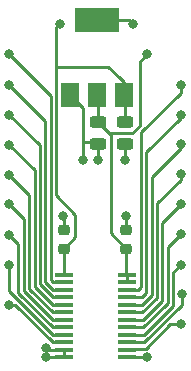
<source format=gbr>
%TF.GenerationSoftware,KiCad,Pcbnew,(5.99.0-7356-g63088e8bdb)*%
%TF.CreationDate,2021-07-04T12:00:27+08:00*%
%TF.ProjectId,DualPowerOctalTransceiver,4475616c-506f-4776-9572-4f6374616c54,rev?*%
%TF.SameCoordinates,Original*%
%TF.FileFunction,Copper,L1,Top*%
%TF.FilePolarity,Positive*%
%FSLAX46Y46*%
G04 Gerber Fmt 4.6, Leading zero omitted, Abs format (unit mm)*
G04 Created by KiCad (PCBNEW (5.99.0-7356-g63088e8bdb)) date 2021-07-04 12:00:27*
%MOMM*%
%LPD*%
G01*
G04 APERTURE LIST*
G04 Aperture macros list*
%AMRoundRect*
0 Rectangle with rounded corners*
0 $1 Rounding radius*
0 $2 $3 $4 $5 $6 $7 $8 $9 X,Y pos of 4 corners*
0 Add a 4 corners polygon primitive as box body*
4,1,4,$2,$3,$4,$5,$6,$7,$8,$9,$2,$3,0*
0 Add four circle primitives for the rounded corners*
1,1,$1+$1,$2,$3,0*
1,1,$1+$1,$4,$5,0*
1,1,$1+$1,$6,$7,0*
1,1,$1+$1,$8,$9,0*
0 Add four rect primitives between the rounded corners*
20,1,$1+$1,$2,$3,$4,$5,0*
20,1,$1+$1,$4,$5,$6,$7,0*
20,1,$1+$1,$6,$7,$8,$9,0*
20,1,$1+$1,$8,$9,$2,$3,0*%
G04 Aperture macros list end*
%TA.AperFunction,SMDPad,CuDef*%
%ADD10RoundRect,0.218750X0.256250X-0.218750X0.256250X0.218750X-0.256250X0.218750X-0.256250X-0.218750X0*%
%TD*%
%TA.AperFunction,SMDPad,CuDef*%
%ADD11R,1.600000X0.410000*%
%TD*%
%TA.AperFunction,SMDPad,CuDef*%
%ADD12R,1.500000X2.000000*%
%TD*%
%TA.AperFunction,SMDPad,CuDef*%
%ADD13R,3.800000X2.000000*%
%TD*%
%TA.AperFunction,SMDPad,CuDef*%
%ADD14RoundRect,0.243750X-0.456250X0.243750X-0.456250X-0.243750X0.456250X-0.243750X0.456250X0.243750X0*%
%TD*%
%TA.AperFunction,ViaPad*%
%ADD15C,0.800000*%
%TD*%
%TA.AperFunction,Conductor*%
%ADD16C,0.250000*%
%TD*%
G04 APERTURE END LIST*
D10*
%TO.P,C3,1*%
%TO.N,+3V3*%
X117900000Y-71987500D03*
%TO.P,C3,2*%
%TO.N,GND*%
X117900000Y-70412500D03*
%TD*%
D11*
%TO.P,U1,1,VCCA*%
%TO.N,+5V*%
X112645700Y-74207500D03*
%TO.P,U1,2,DIR*%
%TO.N,Net-(J1-Pad2)*%
X112645700Y-74842500D03*
%TO.P,U1,3,A1*%
%TO.N,Net-(J1-Pad3)*%
X112645700Y-75477500D03*
%TO.P,U1,4,A2*%
%TO.N,Net-(J1-Pad4)*%
X112645700Y-76112500D03*
%TO.P,U1,5,A3*%
%TO.N,Net-(J1-Pad5)*%
X112645700Y-76747500D03*
%TO.P,U1,6,A4*%
%TO.N,Net-(J1-Pad6)*%
X112645700Y-77382500D03*
%TO.P,U1,7,A5*%
%TO.N,Net-(J1-Pad7)*%
X112645700Y-78017500D03*
%TO.P,U1,8,A6*%
%TO.N,Net-(J1-Pad8)*%
X112645700Y-78652500D03*
%TO.P,U1,9,A7*%
%TO.N,Net-(J1-Pad9)*%
X112645700Y-79287500D03*
%TO.P,U1,10,A8*%
%TO.N,Net-(J1-Pad10)*%
X112645700Y-79922500D03*
%TO.P,U1,11,GND*%
%TO.N,GND*%
X112645700Y-80557500D03*
%TO.P,U1,12,GND*%
X112645700Y-81192500D03*
%TO.P,U1,13,GND*%
X117954300Y-81192500D03*
%TO.P,U1,14,B8*%
%TO.N,Net-(J2-Pad11)*%
X117954300Y-80557500D03*
%TO.P,U1,15,B7*%
%TO.N,Net-(J2-Pad10)*%
X117954300Y-79922500D03*
%TO.P,U1,16,B6*%
%TO.N,Net-(J2-Pad9)*%
X117954300Y-79287500D03*
%TO.P,U1,17,B5*%
%TO.N,Net-(J2-Pad8)*%
X117954300Y-78652500D03*
%TO.P,U1,18,B4*%
%TO.N,Net-(J2-Pad7)*%
X117954300Y-78017500D03*
%TO.P,U1,19,B3*%
%TO.N,Net-(J2-Pad6)*%
X117954300Y-77382500D03*
%TO.P,U1,20,B2*%
%TO.N,Net-(J2-Pad5)*%
X117954300Y-76747500D03*
%TO.P,U1,21,B1*%
%TO.N,Net-(J2-Pad4)*%
X117954300Y-76112500D03*
%TO.P,U1,22,~OE*%
%TO.N,Net-(J2-Pad3)*%
X117954300Y-75477500D03*
%TO.P,U1,23,VCCB*%
%TO.N,+3V3*%
X117954300Y-74842500D03*
%TO.P,U1,24,VCCB*%
X117954300Y-74207500D03*
%TD*%
D12*
%TO.P,U2,1,GND*%
%TO.N,GND*%
X113100000Y-58950000D03*
D13*
%TO.P,U2,2,VO*%
%TO.N,+3V3*%
X115400000Y-52650000D03*
D12*
X115400000Y-58950000D03*
%TO.P,U2,3,VI*%
%TO.N,+5V*%
X117700000Y-58950000D03*
%TD*%
D10*
%TO.P,C2,1*%
%TO.N,+5V*%
X112600000Y-71987500D03*
%TO.P,C2,2*%
%TO.N,GND*%
X112600000Y-70412500D03*
%TD*%
D14*
%TO.P,C4,1*%
%TO.N,+3V3*%
X115500000Y-61262500D03*
%TO.P,C4,2*%
%TO.N,GND*%
X115500000Y-63137500D03*
%TD*%
%TO.P,C1,1*%
%TO.N,+5V*%
X117800000Y-61262500D03*
%TO.P,C1,2*%
%TO.N,GND*%
X117800000Y-63137500D03*
%TD*%
D15*
%TO.N,GND*%
X117900000Y-69200000D03*
X119650000Y-81200000D03*
X115500000Y-64500000D03*
X114250000Y-64500000D03*
X111100000Y-81200000D03*
X117800000Y-64500000D03*
X111100000Y-80400000D03*
X112550000Y-69200000D03*
%TO.N,+5V*%
X112300000Y-53000000D03*
%TO.N,+3V3*%
X119650000Y-55550000D03*
X118500000Y-53000000D03*
%TO.N,Net-(J1-Pad10)*%
X108000000Y-76750000D03*
%TO.N,Net-(J1-Pad9)*%
X108000000Y-73350000D03*
%TO.N,Net-(J1-Pad8)*%
X108000000Y-70850000D03*
%TO.N,Net-(J1-Pad7)*%
X108000000Y-68250000D03*
%TO.N,Net-(J1-Pad6)*%
X108000000Y-65750000D03*
%TO.N,Net-(J1-Pad5)*%
X108000000Y-63200000D03*
%TO.N,Net-(J1-Pad4)*%
X108000000Y-60650000D03*
%TO.N,Net-(J1-Pad3)*%
X108000000Y-58100000D03*
%TO.N,Net-(J1-Pad2)*%
X108000000Y-55550000D03*
%TO.N,Net-(J2-Pad11)*%
X122500000Y-78400000D03*
%TO.N,Net-(J2-Pad10)*%
X122600000Y-75850000D03*
%TO.N,Net-(J2-Pad9)*%
X122500000Y-73350000D03*
%TO.N,Net-(J2-Pad8)*%
X122500000Y-70750000D03*
%TO.N,Net-(J2-Pad7)*%
X122500000Y-68250000D03*
%TO.N,Net-(J2-Pad6)*%
X122500000Y-65700000D03*
%TO.N,Net-(J2-Pad5)*%
X122500000Y-63150000D03*
%TO.N,Net-(J2-Pad4)*%
X122500000Y-60650000D03*
%TO.N,Net-(J2-Pad3)*%
X122500000Y-58100000D03*
%TD*%
D16*
%TO.N,GND*%
X112600000Y-69250000D02*
X112550000Y-69200000D01*
X117900000Y-69200000D02*
X117900000Y-70412500D01*
X117954300Y-81192500D02*
X119650000Y-81200000D01*
X111100000Y-80400000D02*
X111257500Y-80557500D01*
X117800000Y-63137500D02*
X117800000Y-64500000D01*
X112645700Y-81192500D02*
X111100000Y-81200000D01*
X111100000Y-80400000D02*
X111100000Y-81200000D01*
X115500000Y-63137500D02*
X115500000Y-64500000D01*
X111257500Y-80557500D02*
X112645700Y-80557500D01*
X114250000Y-60100000D02*
X114250000Y-63000000D01*
X114250000Y-63000000D02*
X115362500Y-63000000D01*
X113100000Y-58950000D02*
X114250000Y-60100000D01*
X114250000Y-63000000D02*
X114250000Y-64500000D01*
X112600000Y-70412500D02*
X112600000Y-69250000D01*
X112645700Y-80557500D02*
X112645700Y-81192500D01*
%TO.N,+5V*%
X117375000Y-57575000D02*
X117700000Y-57900000D01*
X112250000Y-53000000D02*
X111950000Y-53300000D01*
X112600000Y-71987500D02*
X113600000Y-70987500D01*
X117700000Y-57900000D02*
X117700000Y-58950000D01*
X111950000Y-56950000D02*
X111950000Y-57450000D01*
X117800000Y-61262500D02*
X117800000Y-59050000D01*
X116400000Y-56600000D02*
X112300000Y-56600000D01*
X113600000Y-70987500D02*
X113600000Y-69100000D01*
X112645700Y-74207500D02*
X112645700Y-72033200D01*
X111950010Y-60513600D02*
X111950000Y-60513590D01*
X111950000Y-53300000D02*
X111950000Y-56950000D01*
X117250000Y-57450000D02*
X117600000Y-57800000D01*
X113600000Y-69100000D02*
X111950010Y-67450010D01*
X111950010Y-67450010D02*
X111950010Y-60013600D01*
X117600000Y-57800000D02*
X116400000Y-56600000D01*
X112300000Y-56600000D02*
X111950000Y-56600000D01*
X111950000Y-60513590D02*
X111950000Y-57450000D01*
X112300000Y-53000000D02*
X112250000Y-53000000D01*
%TO.N,+3V3*%
X116600000Y-70687500D02*
X117900000Y-71987500D01*
X118418750Y-62231250D02*
X116468750Y-62231250D01*
X119650000Y-55550000D02*
X119049980Y-56150020D01*
X117954300Y-74842500D02*
X117954300Y-74207500D01*
X119049980Y-61600020D02*
X118418750Y-62231250D01*
X119049980Y-56150020D02*
X119049980Y-61600020D01*
X115400000Y-52650000D02*
X118150000Y-52650000D01*
X115500000Y-61262500D02*
X116600000Y-62362500D01*
X116600000Y-64200000D02*
X116600000Y-64373002D01*
X116600000Y-62362500D02*
X116600000Y-64200000D01*
X115500000Y-61262500D02*
X115500000Y-59050000D01*
X116600000Y-64200000D02*
X116600000Y-70687500D01*
X118150000Y-52650000D02*
X118500000Y-53000000D01*
X117900000Y-71987500D02*
X117900000Y-74153200D01*
%TO.N,Net-(J1-Pad10)*%
X108506918Y-76750000D02*
X108000000Y-76750000D01*
X112645700Y-79922500D02*
X111679418Y-79922500D01*
X111679418Y-79922500D02*
X108506918Y-76750000D01*
%TO.N,Net-(J1-Pad9)*%
X108000000Y-73350000D02*
X108000000Y-75606672D01*
X108000000Y-75606672D02*
X111680828Y-79287500D01*
X111680828Y-79287500D02*
X112645700Y-79287500D01*
%TO.N,Net-(J1-Pad8)*%
X112645700Y-78652500D02*
X111682238Y-78652500D01*
X111682238Y-78652500D02*
X108775001Y-75745263D01*
X108775001Y-75745263D02*
X108775001Y-71625001D01*
X108775001Y-71625001D02*
X108000000Y-70850000D01*
%TO.N,Net-(J1-Pad7)*%
X109249950Y-69499950D02*
X108000000Y-68250000D01*
X111683648Y-78017500D02*
X109249950Y-75583802D01*
X112645700Y-78017500D02*
X111683648Y-78017500D01*
X109249950Y-75583802D02*
X109249950Y-69499950D01*
%TO.N,Net-(J1-Pad6)*%
X112645700Y-77382500D02*
X111685058Y-77382500D01*
X109699960Y-67449960D02*
X108000000Y-65750000D01*
X111685058Y-77382500D02*
X109699960Y-75397402D01*
X109699960Y-75397402D02*
X109699960Y-67449960D01*
%TO.N,Net-(J1-Pad5)*%
X111686468Y-76747500D02*
X110149970Y-75211002D01*
X112645700Y-76747500D02*
X111686468Y-76747500D01*
X110149970Y-75211002D02*
X110149970Y-65349970D01*
X110149970Y-65349970D02*
X108000000Y-63200000D01*
%TO.N,Net-(J1-Pad4)*%
X111687878Y-76112500D02*
X110599980Y-75024602D01*
X110599980Y-75024602D02*
X110599980Y-63249980D01*
X110599980Y-63249980D02*
X108000000Y-60650000D01*
X112645700Y-76112500D02*
X111687878Y-76112500D01*
%TO.N,Net-(J1-Pad3)*%
X112645700Y-75477500D02*
X111689288Y-75477500D01*
X111049990Y-61149990D02*
X108000000Y-58100000D01*
X111049990Y-74838202D02*
X111049990Y-61149990D01*
X111689288Y-75477500D02*
X111049990Y-74838202D01*
%TO.N,Net-(J1-Pad2)*%
X111690698Y-74842500D02*
X111600000Y-74751802D01*
X111500000Y-74651802D02*
X111500000Y-59050000D01*
X112645700Y-74842500D02*
X111690698Y-74842500D01*
X111585699Y-74737501D02*
X111500000Y-74651802D01*
X111600000Y-74751802D02*
X111600000Y-74737501D01*
X111600000Y-74737501D02*
X111585699Y-74737501D01*
X108000000Y-55550000D02*
X111500000Y-59050000D01*
%TO.N,Net-(J2-Pad11)*%
X121650000Y-78400000D02*
X119575001Y-80474999D01*
X118036801Y-80474999D02*
X117954300Y-80557500D01*
X122500000Y-78400000D02*
X121650000Y-78400000D01*
X119575001Y-80474999D02*
X118036801Y-80474999D01*
%TO.N,Net-(J2-Pad10)*%
X122600000Y-76750000D02*
X119427500Y-79922500D01*
X119427500Y-79922500D02*
X117954300Y-79922500D01*
X122600000Y-75850000D02*
X122600000Y-76750000D01*
%TO.N,Net-(J2-Pad9)*%
X122500000Y-73350000D02*
X121850060Y-73999940D01*
X121850060Y-76849940D02*
X119412500Y-79287500D01*
X119412500Y-79287500D02*
X117954300Y-79287500D01*
X121850060Y-73999940D02*
X121850060Y-76849940D01*
%TO.N,Net-(J2-Pad8)*%
X122500000Y-70750000D02*
X121400050Y-71849950D01*
X121250000Y-76750000D02*
X119347500Y-78652500D01*
X121250000Y-76736410D02*
X121250000Y-76750000D01*
X119347500Y-78652500D02*
X117954300Y-78652500D01*
X121400050Y-76586360D02*
X121250000Y-76736410D01*
X121400050Y-71849950D02*
X121400050Y-76586360D01*
%TO.N,Net-(J2-Pad7)*%
X122500000Y-68250000D02*
X120950040Y-69799960D01*
X120950040Y-76399960D02*
X119332500Y-78017500D01*
X119332500Y-78017500D02*
X117954300Y-78017500D01*
X120950040Y-69799960D02*
X120950040Y-76399960D01*
%TO.N,Net-(J2-Pad6)*%
X120500030Y-68149970D02*
X120500030Y-76136380D01*
X122500000Y-66150000D02*
X120500030Y-68149970D01*
X120500030Y-76136380D02*
X119267500Y-77368910D01*
X119267500Y-77382500D02*
X117954300Y-77382500D01*
X119267500Y-77368910D02*
X119267500Y-77382500D01*
X122500000Y-65700000D02*
X122500000Y-66150000D01*
%TO.N,Net-(J2-Pad5)*%
X122500000Y-63500000D02*
X120050020Y-65949980D01*
X120050020Y-75936390D02*
X119900000Y-76086410D01*
X119900000Y-76086410D02*
X119900000Y-76100000D01*
X119252500Y-76747500D02*
X117954300Y-76747500D01*
X120050020Y-65949980D02*
X120050020Y-75936390D01*
X119900000Y-76100000D02*
X119252500Y-76747500D01*
X122500000Y-63150000D02*
X122500000Y-63500000D01*
%TO.N,Net-(J2-Pad4)*%
X122500000Y-60900000D02*
X119600010Y-63799990D01*
X119600010Y-75749990D02*
X119237500Y-76112500D01*
X122500000Y-60650000D02*
X122500000Y-60900000D01*
X119600010Y-63799990D02*
X119600010Y-75749990D01*
X119237500Y-76112500D02*
X117954300Y-76112500D01*
%TO.N,Net-(J2-Pad3)*%
X119150000Y-75200000D02*
X118872500Y-75477500D01*
X118872500Y-75477500D02*
X117954300Y-75477500D01*
X122500000Y-58786410D02*
X119150000Y-62136410D01*
X119150000Y-62136410D02*
X119150000Y-75200000D01*
X122500000Y-58100000D02*
X122500000Y-58786410D01*
%TD*%
M02*

</source>
